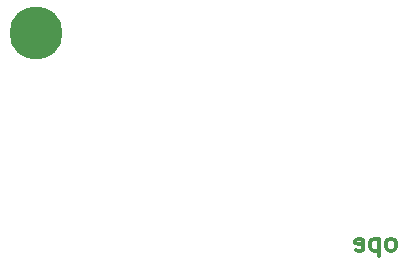
<source format=gbr>
G04 #@! TF.GenerationSoftware,KiCad,Pcbnew,(5.1.10-1-10_14)*
G04 #@! TF.CreationDate,2021-08-19T10:23:20-05:00*
G04 #@! TF.ProjectId,PCB-Keychains,5043422d-4b65-4796-9368-61696e732e6b,rev?*
G04 #@! TF.SameCoordinates,Original*
G04 #@! TF.FileFunction,Soldermask,Bot*
G04 #@! TF.FilePolarity,Negative*
%FSLAX46Y46*%
G04 Gerber Fmt 4.6, Leading zero omitted, Abs format (unit mm)*
G04 Created by KiCad (PCBNEW (5.1.10-1-10_14)) date 2021-08-19 10:23:20*
%MOMM*%
%LPD*%
G01*
G04 APERTURE LIST*
%ADD10C,0.375000*%
%ADD11C,4.500000*%
G04 APERTURE END LIST*
D10*
X151025043Y-112536003D02*
X151167900Y-112464574D01*
X151239329Y-112393146D01*
X151310757Y-112250289D01*
X151310757Y-111821717D01*
X151239329Y-111678860D01*
X151167900Y-111607432D01*
X151025043Y-111536003D01*
X150810757Y-111536003D01*
X150667900Y-111607432D01*
X150596472Y-111678860D01*
X150525043Y-111821717D01*
X150525043Y-112250289D01*
X150596472Y-112393146D01*
X150667900Y-112464574D01*
X150810757Y-112536003D01*
X151025043Y-112536003D01*
X149882186Y-111536003D02*
X149882186Y-113036003D01*
X149882186Y-111607432D02*
X149739329Y-111536003D01*
X149453614Y-111536003D01*
X149310757Y-111607432D01*
X149239329Y-111678860D01*
X149167900Y-111821717D01*
X149167900Y-112250289D01*
X149239329Y-112393146D01*
X149310757Y-112464574D01*
X149453614Y-112536003D01*
X149739329Y-112536003D01*
X149882186Y-112464574D01*
X147953614Y-112464574D02*
X148096472Y-112536003D01*
X148382186Y-112536003D01*
X148525043Y-112464574D01*
X148596472Y-112321717D01*
X148596472Y-111750289D01*
X148525043Y-111607432D01*
X148382186Y-111536003D01*
X148096472Y-111536003D01*
X147953614Y-111607432D01*
X147882186Y-111750289D01*
X147882186Y-111893146D01*
X148596472Y-112036003D01*
D11*
X120896472Y-94107432D03*
M02*

</source>
